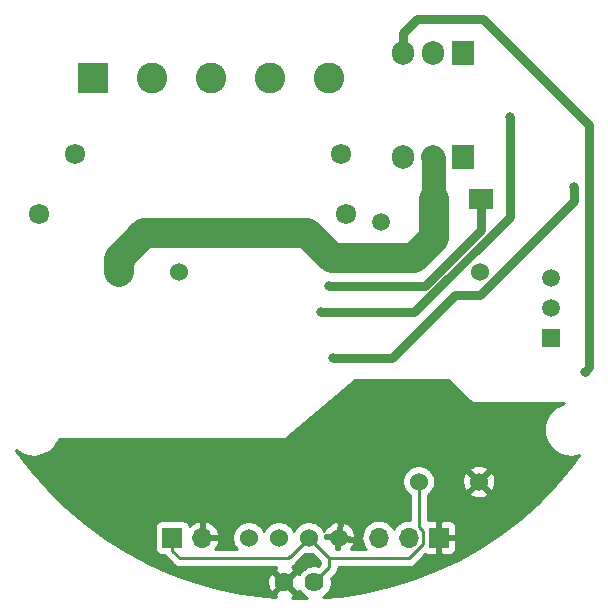
<source format=gbr>
G04 #@! TF.GenerationSoftware,KiCad,Pcbnew,(5.1.2)-2*
G04 #@! TF.CreationDate,2019-09-14T17:44:16+02:00*
G04 #@! TF.ProjectId,Inwall_Bot,496e7761-6c6c-45f4-926f-742e6b696361,rev?*
G04 #@! TF.SameCoordinates,Original*
G04 #@! TF.FileFunction,Copper,L2,Bot*
G04 #@! TF.FilePolarity,Positive*
%FSLAX46Y46*%
G04 Gerber Fmt 4.6, Leading zero omitted, Abs format (unit mm)*
G04 Created by KiCad (PCBNEW (5.1.2)-2) date 2019-09-14 17:44:16*
%MOMM*%
%LPD*%
G04 APERTURE LIST*
%ADD10C,2.600000*%
%ADD11R,2.600000X2.600000*%
%ADD12C,1.524000*%
%ADD13C,1.624000*%
%ADD14C,1.500000*%
%ADD15O,1.905000X2.000000*%
%ADD16R,1.905000X2.000000*%
%ADD17R,2.000000X1.700000*%
%ADD18R,1.700000X1.700000*%
%ADD19O,1.700000X1.700000*%
%ADD20R,1.500000X1.500000*%
%ADD21C,1.724000*%
%ADD22C,0.800000*%
%ADD23C,0.750000*%
%ADD24C,2.500000*%
%ADD25C,2.000000*%
%ADD26C,0.256000*%
%ADD27C,0.254000*%
G04 APERTURE END LIST*
D10*
X-69125000Y-31550000D03*
X-74125000Y-31550000D03*
X-79125000Y-31550000D03*
X-84125000Y-31550000D03*
D11*
X-89125000Y-31550000D03*
D12*
X-68325000Y-70500000D03*
X-75945000Y-70500000D03*
X-73405000Y-70500000D03*
X-70865000Y-70500000D03*
D13*
X-70384940Y-74276980D03*
X-72924940Y-74276980D03*
D14*
X-59725000Y-43800000D03*
X-64725000Y-43779680D03*
D12*
X-56335000Y-47960000D03*
X-56485000Y-65740000D03*
X-61565000Y-65740000D03*
X-81885000Y-47960000D03*
X-86965000Y-47960000D03*
D15*
X-62855000Y-38300000D03*
X-60315000Y-38300000D03*
D16*
X-57775000Y-38300000D03*
D17*
X-60275000Y-41800000D03*
X-56275000Y-41800000D03*
D16*
X-57825000Y-29500000D03*
D15*
X-60365000Y-29500000D03*
X-62905000Y-29500000D03*
D18*
X-59850000Y-70500000D03*
D19*
X-62390000Y-70500000D03*
X-64930000Y-70500000D03*
D14*
X-50375000Y-51010000D03*
X-50375000Y-48470000D03*
D20*
X-50375000Y-53550000D03*
D21*
X-90625000Y-38050000D03*
X-68125000Y-38050000D03*
X-67675000Y-43050000D03*
X-93675000Y-43050000D03*
D18*
X-82425000Y-70500000D03*
D19*
X-79885000Y-70500000D03*
D22*
X-67350000Y-65000000D03*
X-65275000Y-59925000D03*
X-47500000Y-56425000D03*
X-69825000Y-51425000D03*
X-53850000Y-34850000D03*
X-68825000Y-55300000D03*
X-48425000Y-40825000D03*
X-69125000Y-49200000D03*
D23*
X-67350000Y-65000000D02*
X-67350000Y-62000000D01*
X-67350000Y-62000000D02*
X-65275000Y-59925000D01*
X-47100001Y-56025001D02*
X-47500000Y-56425000D01*
X-47100001Y-35574999D02*
X-47100001Y-56025001D01*
X-56125000Y-26550000D02*
X-47100001Y-35574999D01*
X-61705000Y-26550000D02*
X-56125000Y-26550000D01*
X-62905000Y-27750000D02*
X-61705000Y-26550000D01*
X-62905000Y-29500000D02*
X-62905000Y-27750000D01*
D24*
X-86965000Y-46882370D02*
X-84807630Y-44725000D01*
X-86965000Y-47960000D02*
X-86965000Y-46882370D01*
X-84807630Y-44725000D02*
X-71000000Y-44725000D01*
X-71000000Y-44725000D02*
X-68925000Y-46800000D01*
X-60275000Y-45150000D02*
X-60275000Y-41800000D01*
X-61925000Y-46800000D02*
X-60275000Y-45150000D01*
X-68925000Y-46800000D02*
X-61925000Y-46800000D01*
D25*
X-60275000Y-38340000D02*
X-60315000Y-38300000D01*
X-60275000Y-41800000D02*
X-60275000Y-38340000D01*
D26*
X-61211999Y-71061001D02*
X-61214999Y-71064001D01*
X-61211999Y-71065441D02*
X-62396558Y-72250000D01*
X-61211999Y-71061001D02*
X-61211999Y-71065441D01*
X-62396558Y-72250000D02*
X-69115000Y-72250000D01*
X-72615021Y-72250021D02*
X-81774979Y-72250021D01*
X-70865000Y-70500000D02*
X-72615021Y-72250021D01*
X-82425000Y-71606000D02*
X-82425000Y-70500000D01*
X-81780979Y-72250021D02*
X-82425000Y-71606000D01*
X-81774979Y-72250021D02*
X-81780979Y-72250021D01*
X-71626999Y-71261999D02*
X-70865000Y-70500000D01*
X-72466939Y-72101939D02*
X-71626999Y-71261999D01*
X-70865000Y-70500000D02*
X-69115000Y-72250000D01*
X-69115000Y-73007040D02*
X-70384940Y-74276980D01*
X-69115000Y-72250000D02*
X-69115000Y-73007040D01*
X-61211999Y-69934559D02*
X-61211999Y-71061001D01*
X-61565000Y-69581558D02*
X-61211999Y-69934559D01*
X-61565000Y-65740000D02*
X-61565000Y-69581558D01*
D23*
X-53850000Y-43343517D02*
X-53850000Y-34850000D01*
X-61931483Y-51425000D02*
X-53850000Y-43343517D01*
X-61931483Y-51425000D02*
X-69825000Y-51425000D01*
X-68825000Y-55300000D02*
X-63800000Y-55300000D01*
X-63800000Y-55300000D02*
X-58450000Y-49950000D01*
X-48425000Y-42028762D02*
X-48425000Y-40825000D01*
X-58450000Y-49950000D02*
X-56346238Y-49950000D01*
X-56346238Y-49950000D02*
X-48425000Y-42028762D01*
X-56275000Y-41800000D02*
X-56275000Y-43400000D01*
X-56275000Y-43400000D02*
X-56275000Y-44425000D01*
X-56275000Y-44425000D02*
X-61050000Y-49200000D01*
X-61050000Y-49200000D02*
X-69125000Y-49200000D01*
D27*
G36*
X-57089803Y-59089803D02*
G01*
X-57070557Y-59105597D01*
X-57048601Y-59117333D01*
X-57024776Y-59124560D01*
X-57000000Y-59127000D01*
X-49293013Y-59127000D01*
X-49587805Y-59222784D01*
X-49980495Y-59442251D01*
X-50323078Y-59733812D01*
X-50602506Y-60086363D01*
X-50808135Y-60486473D01*
X-50932132Y-60918903D01*
X-50969775Y-61367183D01*
X-50919630Y-61814236D01*
X-50783607Y-62243036D01*
X-50566887Y-62637249D01*
X-50277724Y-62981860D01*
X-49927133Y-63263742D01*
X-49528468Y-63472159D01*
X-49096914Y-63599172D01*
X-48648908Y-63639944D01*
X-48201515Y-63592921D01*
X-47990255Y-63527525D01*
X-48643633Y-64422757D01*
X-49995679Y-66021353D01*
X-51458545Y-67519175D01*
X-53024775Y-68908588D01*
X-54686322Y-70182451D01*
X-56434699Y-71334262D01*
X-58260949Y-72358119D01*
X-60155747Y-73248792D01*
X-62109364Y-74001706D01*
X-64111794Y-74613010D01*
X-66152830Y-75079585D01*
X-68221995Y-75399038D01*
X-69632350Y-75514407D01*
X-69462532Y-75400938D01*
X-69260982Y-75199388D01*
X-69102626Y-74962391D01*
X-68993548Y-74699054D01*
X-68937940Y-74419497D01*
X-68937940Y-74134463D01*
X-68975343Y-73946428D01*
X-68601973Y-73573058D01*
X-68572868Y-73549172D01*
X-68548982Y-73520067D01*
X-68548979Y-73520064D01*
X-68521638Y-73486749D01*
X-68477520Y-73432991D01*
X-68406670Y-73300440D01*
X-68363041Y-73156614D01*
X-68352000Y-73044515D01*
X-68352000Y-73044508D01*
X-68348897Y-73013000D01*
X-62434025Y-73013000D01*
X-62396558Y-73016690D01*
X-62359091Y-73013000D01*
X-62359083Y-73013000D01*
X-62246984Y-73001959D01*
X-62103158Y-72958330D01*
X-61970607Y-72887480D01*
X-61854426Y-72792132D01*
X-61830535Y-72763021D01*
X-60985128Y-71917615D01*
X-60944180Y-71939502D01*
X-60824482Y-71975812D01*
X-60700000Y-71988072D01*
X-60135750Y-71985000D01*
X-59977000Y-71826250D01*
X-59977000Y-70627000D01*
X-59723000Y-70627000D01*
X-59723000Y-71826250D01*
X-59564250Y-71985000D01*
X-59000000Y-71988072D01*
X-58875518Y-71975812D01*
X-58755820Y-71939502D01*
X-58645506Y-71880537D01*
X-58548815Y-71801185D01*
X-58469463Y-71704494D01*
X-58410498Y-71594180D01*
X-58374188Y-71474482D01*
X-58361928Y-71350000D01*
X-58365000Y-70785750D01*
X-58523750Y-70627000D01*
X-59723000Y-70627000D01*
X-59977000Y-70627000D01*
X-59997000Y-70627000D01*
X-59997000Y-70373000D01*
X-59977000Y-70373000D01*
X-59977000Y-69173750D01*
X-59723000Y-69173750D01*
X-59723000Y-70373000D01*
X-58523750Y-70373000D01*
X-58365000Y-70214250D01*
X-58361928Y-69650000D01*
X-58374188Y-69525518D01*
X-58410498Y-69405820D01*
X-58469463Y-69295506D01*
X-58548815Y-69198815D01*
X-58645506Y-69119463D01*
X-58755820Y-69060498D01*
X-58875518Y-69024188D01*
X-59000000Y-69011928D01*
X-59564250Y-69015000D01*
X-59723000Y-69173750D01*
X-59977000Y-69173750D01*
X-60135750Y-69015000D01*
X-60700000Y-69011928D01*
X-60802000Y-69021974D01*
X-60802000Y-66910336D01*
X-60674465Y-66825120D01*
X-60554910Y-66705565D01*
X-57270960Y-66705565D01*
X-57203980Y-66945656D01*
X-56954952Y-67062756D01*
X-56687865Y-67129023D01*
X-56412983Y-67141910D01*
X-56140867Y-67100922D01*
X-55881977Y-67007636D01*
X-55766020Y-66945656D01*
X-55699040Y-66705565D01*
X-56485000Y-65919605D01*
X-57270960Y-66705565D01*
X-60554910Y-66705565D01*
X-60479880Y-66630535D01*
X-60326995Y-66401727D01*
X-60221686Y-66147490D01*
X-60168000Y-65877592D01*
X-60168000Y-65812017D01*
X-57886910Y-65812017D01*
X-57845922Y-66084133D01*
X-57752636Y-66343023D01*
X-57690656Y-66458980D01*
X-57450565Y-66525960D01*
X-56664605Y-65740000D01*
X-56305395Y-65740000D01*
X-55519435Y-66525960D01*
X-55279344Y-66458980D01*
X-55162244Y-66209952D01*
X-55095977Y-65942865D01*
X-55083090Y-65667983D01*
X-55124078Y-65395867D01*
X-55217364Y-65136977D01*
X-55279344Y-65021020D01*
X-55519435Y-64954040D01*
X-56305395Y-65740000D01*
X-56664605Y-65740000D01*
X-57450565Y-64954040D01*
X-57690656Y-65021020D01*
X-57807756Y-65270048D01*
X-57874023Y-65537135D01*
X-57886910Y-65812017D01*
X-60168000Y-65812017D01*
X-60168000Y-65602408D01*
X-60221686Y-65332510D01*
X-60326995Y-65078273D01*
X-60479880Y-64849465D01*
X-60554910Y-64774435D01*
X-57270960Y-64774435D01*
X-56485000Y-65560395D01*
X-55699040Y-64774435D01*
X-55766020Y-64534344D01*
X-56015048Y-64417244D01*
X-56282135Y-64350977D01*
X-56557017Y-64338090D01*
X-56829133Y-64379078D01*
X-57088023Y-64472364D01*
X-57203980Y-64534344D01*
X-57270960Y-64774435D01*
X-60554910Y-64774435D01*
X-60674465Y-64654880D01*
X-60903273Y-64501995D01*
X-61157510Y-64396686D01*
X-61427408Y-64343000D01*
X-61702592Y-64343000D01*
X-61972490Y-64396686D01*
X-62226727Y-64501995D01*
X-62455535Y-64654880D01*
X-62650120Y-64849465D01*
X-62803005Y-65078273D01*
X-62908314Y-65332510D01*
X-62962000Y-65602408D01*
X-62962000Y-65877592D01*
X-62908314Y-66147490D01*
X-62803005Y-66401727D01*
X-62650120Y-66630535D01*
X-62455535Y-66825120D01*
X-62328000Y-66910337D01*
X-62327999Y-69015000D01*
X-62462950Y-69015000D01*
X-62681111Y-69036487D01*
X-62961034Y-69121401D01*
X-63219014Y-69259294D01*
X-63445134Y-69444866D01*
X-63630706Y-69670986D01*
X-63660000Y-69725791D01*
X-63689294Y-69670986D01*
X-63874866Y-69444866D01*
X-64100986Y-69259294D01*
X-64358966Y-69121401D01*
X-64638889Y-69036487D01*
X-64857050Y-69015000D01*
X-65002950Y-69015000D01*
X-65221111Y-69036487D01*
X-65501034Y-69121401D01*
X-65759014Y-69259294D01*
X-65985134Y-69444866D01*
X-66170706Y-69670986D01*
X-66308599Y-69928966D01*
X-66393513Y-70208889D01*
X-66422185Y-70500000D01*
X-66393513Y-70791111D01*
X-66308599Y-71071034D01*
X-66170706Y-71329014D01*
X-66041050Y-71487000D01*
X-67327654Y-71487000D01*
X-67243023Y-71402369D01*
X-67251049Y-71394343D01*
X-67186595Y-71321323D01*
X-67048237Y-71083449D01*
X-66999249Y-70961435D01*
X-67102267Y-70734460D01*
X-67988463Y-70656929D01*
X-68131251Y-70514141D01*
X-68310859Y-70693749D01*
X-68222220Y-70782388D01*
X-68283866Y-71487000D01*
X-68538836Y-71487000D01*
X-68481929Y-70836537D01*
X-68339141Y-70693749D01*
X-68518749Y-70514141D01*
X-68607388Y-70602780D01*
X-69468000Y-70527486D01*
X-69468000Y-70384552D01*
X-68187414Y-70384552D01*
X-67080129Y-70481427D01*
X-66939263Y-70275790D01*
X-67009631Y-70009753D01*
X-67130547Y-69762557D01*
X-67297367Y-69543701D01*
X-67503677Y-69361595D01*
X-67741551Y-69223237D01*
X-67863565Y-69174249D01*
X-68090540Y-69277267D01*
X-68187414Y-70384552D01*
X-69468000Y-70384552D01*
X-69468000Y-70362408D01*
X-69486197Y-70270924D01*
X-68440448Y-70362414D01*
X-68343573Y-69255129D01*
X-68549210Y-69114263D01*
X-68815247Y-69184631D01*
X-69062443Y-69305547D01*
X-69281299Y-69472367D01*
X-69463405Y-69678677D01*
X-69597562Y-69909329D01*
X-69626995Y-69838273D01*
X-69779880Y-69609465D01*
X-69974465Y-69414880D01*
X-70203273Y-69261995D01*
X-70457510Y-69156686D01*
X-70727408Y-69103000D01*
X-71002592Y-69103000D01*
X-71272490Y-69156686D01*
X-71526727Y-69261995D01*
X-71755535Y-69414880D01*
X-71950120Y-69609465D01*
X-72103005Y-69838273D01*
X-72135000Y-69915515D01*
X-72166995Y-69838273D01*
X-72319880Y-69609465D01*
X-72514465Y-69414880D01*
X-72743273Y-69261995D01*
X-72997510Y-69156686D01*
X-73267408Y-69103000D01*
X-73542592Y-69103000D01*
X-73812490Y-69156686D01*
X-74066727Y-69261995D01*
X-74295535Y-69414880D01*
X-74490120Y-69609465D01*
X-74643005Y-69838273D01*
X-74675000Y-69915515D01*
X-74706995Y-69838273D01*
X-74859880Y-69609465D01*
X-75054465Y-69414880D01*
X-75283273Y-69261995D01*
X-75537510Y-69156686D01*
X-75807408Y-69103000D01*
X-76082592Y-69103000D01*
X-76352490Y-69156686D01*
X-76606727Y-69261995D01*
X-76835535Y-69414880D01*
X-77030120Y-69609465D01*
X-77183005Y-69838273D01*
X-77288314Y-70092510D01*
X-77342000Y-70362408D01*
X-77342000Y-70637592D01*
X-77288314Y-70907490D01*
X-77183005Y-71161727D01*
X-77030120Y-71390535D01*
X-76933634Y-71487021D01*
X-78785068Y-71487021D01*
X-78689822Y-71381355D01*
X-78540843Y-71131252D01*
X-78443519Y-70856891D01*
X-78564186Y-70627000D01*
X-79758000Y-70627000D01*
X-79758000Y-70647000D01*
X-80012000Y-70647000D01*
X-80012000Y-70627000D01*
X-80032000Y-70627000D01*
X-80032000Y-70373000D01*
X-80012000Y-70373000D01*
X-80012000Y-69179845D01*
X-79758000Y-69179845D01*
X-79758000Y-70373000D01*
X-78564186Y-70373000D01*
X-78443519Y-70143109D01*
X-78540843Y-69868748D01*
X-78689822Y-69618645D01*
X-78884731Y-69402412D01*
X-79118080Y-69228359D01*
X-79380901Y-69103175D01*
X-79528110Y-69058524D01*
X-79758000Y-69179845D01*
X-80012000Y-69179845D01*
X-80241890Y-69058524D01*
X-80389099Y-69103175D01*
X-80651920Y-69228359D01*
X-80885269Y-69402412D01*
X-80961034Y-69486466D01*
X-80985498Y-69405820D01*
X-81044463Y-69295506D01*
X-81123815Y-69198815D01*
X-81220506Y-69119463D01*
X-81330820Y-69060498D01*
X-81450518Y-69024188D01*
X-81575000Y-69011928D01*
X-83275000Y-69011928D01*
X-83399482Y-69024188D01*
X-83519180Y-69060498D01*
X-83629494Y-69119463D01*
X-83726185Y-69198815D01*
X-83805537Y-69295506D01*
X-83864502Y-69405820D01*
X-83900812Y-69525518D01*
X-83913072Y-69650000D01*
X-83913072Y-71350000D01*
X-83900812Y-71474482D01*
X-83864502Y-71594180D01*
X-83805537Y-71704494D01*
X-83726185Y-71801185D01*
X-83629494Y-71880537D01*
X-83519180Y-71939502D01*
X-83399482Y-71975812D01*
X-83275000Y-71988072D01*
X-83085933Y-71988072D01*
X-83062480Y-72031950D01*
X-82967132Y-72148132D01*
X-82938022Y-72172022D01*
X-82346998Y-72763047D01*
X-82323111Y-72792153D01*
X-82294006Y-72816039D01*
X-82294003Y-72816042D01*
X-82272124Y-72833997D01*
X-82206930Y-72887501D01*
X-82074379Y-72958351D01*
X-81930553Y-73001980D01*
X-81818454Y-73013021D01*
X-81818447Y-73013021D01*
X-81780980Y-73016711D01*
X-81743513Y-73013021D01*
X-73640839Y-73013021D01*
X-73673569Y-73030516D01*
X-73746605Y-73275710D01*
X-72924940Y-74097375D01*
X-72103275Y-73275710D01*
X-72176311Y-73030516D01*
X-72325837Y-72959630D01*
X-72321621Y-72958351D01*
X-72189070Y-72887501D01*
X-72072889Y-72792153D01*
X-72048998Y-72763042D01*
X-71514494Y-72228538D01*
X-71153031Y-71867076D01*
X-71002592Y-71897000D01*
X-70727408Y-71897000D01*
X-70576969Y-71867076D01*
X-69878000Y-72566045D01*
X-69878000Y-72690995D01*
X-70054388Y-72867383D01*
X-70242423Y-72829980D01*
X-70527457Y-72829980D01*
X-70807014Y-72885588D01*
X-71070351Y-72994666D01*
X-71307348Y-73153022D01*
X-71508898Y-73354572D01*
X-71654715Y-73572803D01*
X-71678476Y-73528351D01*
X-71923670Y-73455315D01*
X-72745335Y-74276980D01*
X-71923670Y-75098645D01*
X-71678476Y-75025609D01*
X-71656287Y-74978804D01*
X-71508898Y-75199388D01*
X-71307348Y-75400938D01*
X-71070351Y-75559294D01*
X-71027686Y-75576966D01*
X-72300399Y-75589771D01*
X-72176311Y-75523444D01*
X-72103275Y-75278250D01*
X-72924940Y-74456585D01*
X-73746605Y-75278250D01*
X-73676885Y-75512311D01*
X-74492008Y-75462119D01*
X-76567172Y-75184365D01*
X-78617166Y-74758952D01*
X-80070633Y-74347016D01*
X-74377254Y-74347016D01*
X-74335684Y-74629003D01*
X-74239901Y-74897462D01*
X-74171404Y-75025609D01*
X-73926210Y-75098645D01*
X-73104545Y-74276980D01*
X-73926210Y-73455315D01*
X-74171404Y-73528351D01*
X-74293504Y-73785908D01*
X-74363011Y-74062338D01*
X-74377254Y-74347016D01*
X-80070633Y-74347016D01*
X-80631515Y-74188053D01*
X-82599886Y-73474598D01*
X-84512200Y-72622238D01*
X-86358685Y-71635331D01*
X-88129893Y-70518924D01*
X-89816726Y-69278754D01*
X-91410590Y-67921138D01*
X-92903302Y-66453047D01*
X-94287233Y-64881983D01*
X-95555292Y-63215996D01*
X-95656375Y-63061387D01*
X-95417133Y-63253742D01*
X-95018468Y-63462159D01*
X-94586914Y-63589172D01*
X-94138908Y-63629944D01*
X-93691515Y-63582921D01*
X-93261777Y-63449895D01*
X-92866060Y-63235932D01*
X-92519439Y-62949182D01*
X-92235117Y-62600568D01*
X-92023921Y-62203367D01*
X-92000864Y-62127000D01*
X-73000000Y-62127000D01*
X-72975224Y-62124560D01*
X-72951399Y-62117333D01*
X-72929443Y-62105597D01*
X-72918697Y-62097564D01*
X-66954020Y-57127000D01*
X-59052606Y-57127000D01*
X-57089803Y-59089803D01*
X-57089803Y-59089803D01*
G37*
X-57089803Y-59089803D02*
X-57070557Y-59105597D01*
X-57048601Y-59117333D01*
X-57024776Y-59124560D01*
X-57000000Y-59127000D01*
X-49293013Y-59127000D01*
X-49587805Y-59222784D01*
X-49980495Y-59442251D01*
X-50323078Y-59733812D01*
X-50602506Y-60086363D01*
X-50808135Y-60486473D01*
X-50932132Y-60918903D01*
X-50969775Y-61367183D01*
X-50919630Y-61814236D01*
X-50783607Y-62243036D01*
X-50566887Y-62637249D01*
X-50277724Y-62981860D01*
X-49927133Y-63263742D01*
X-49528468Y-63472159D01*
X-49096914Y-63599172D01*
X-48648908Y-63639944D01*
X-48201515Y-63592921D01*
X-47990255Y-63527525D01*
X-48643633Y-64422757D01*
X-49995679Y-66021353D01*
X-51458545Y-67519175D01*
X-53024775Y-68908588D01*
X-54686322Y-70182451D01*
X-56434699Y-71334262D01*
X-58260949Y-72358119D01*
X-60155747Y-73248792D01*
X-62109364Y-74001706D01*
X-64111794Y-74613010D01*
X-66152830Y-75079585D01*
X-68221995Y-75399038D01*
X-69632350Y-75514407D01*
X-69462532Y-75400938D01*
X-69260982Y-75199388D01*
X-69102626Y-74962391D01*
X-68993548Y-74699054D01*
X-68937940Y-74419497D01*
X-68937940Y-74134463D01*
X-68975343Y-73946428D01*
X-68601973Y-73573058D01*
X-68572868Y-73549172D01*
X-68548982Y-73520067D01*
X-68548979Y-73520064D01*
X-68521638Y-73486749D01*
X-68477520Y-73432991D01*
X-68406670Y-73300440D01*
X-68363041Y-73156614D01*
X-68352000Y-73044515D01*
X-68352000Y-73044508D01*
X-68348897Y-73013000D01*
X-62434025Y-73013000D01*
X-62396558Y-73016690D01*
X-62359091Y-73013000D01*
X-62359083Y-73013000D01*
X-62246984Y-73001959D01*
X-62103158Y-72958330D01*
X-61970607Y-72887480D01*
X-61854426Y-72792132D01*
X-61830535Y-72763021D01*
X-60985128Y-71917615D01*
X-60944180Y-71939502D01*
X-60824482Y-71975812D01*
X-60700000Y-71988072D01*
X-60135750Y-71985000D01*
X-59977000Y-71826250D01*
X-59977000Y-70627000D01*
X-59723000Y-70627000D01*
X-59723000Y-71826250D01*
X-59564250Y-71985000D01*
X-59000000Y-71988072D01*
X-58875518Y-71975812D01*
X-58755820Y-71939502D01*
X-58645506Y-71880537D01*
X-58548815Y-71801185D01*
X-58469463Y-71704494D01*
X-58410498Y-71594180D01*
X-58374188Y-71474482D01*
X-58361928Y-71350000D01*
X-58365000Y-70785750D01*
X-58523750Y-70627000D01*
X-59723000Y-70627000D01*
X-59977000Y-70627000D01*
X-59997000Y-70627000D01*
X-59997000Y-70373000D01*
X-59977000Y-70373000D01*
X-59977000Y-69173750D01*
X-59723000Y-69173750D01*
X-59723000Y-70373000D01*
X-58523750Y-70373000D01*
X-58365000Y-70214250D01*
X-58361928Y-69650000D01*
X-58374188Y-69525518D01*
X-58410498Y-69405820D01*
X-58469463Y-69295506D01*
X-58548815Y-69198815D01*
X-58645506Y-69119463D01*
X-58755820Y-69060498D01*
X-58875518Y-69024188D01*
X-59000000Y-69011928D01*
X-59564250Y-69015000D01*
X-59723000Y-69173750D01*
X-59977000Y-69173750D01*
X-60135750Y-69015000D01*
X-60700000Y-69011928D01*
X-60802000Y-69021974D01*
X-60802000Y-66910336D01*
X-60674465Y-66825120D01*
X-60554910Y-66705565D01*
X-57270960Y-66705565D01*
X-57203980Y-66945656D01*
X-56954952Y-67062756D01*
X-56687865Y-67129023D01*
X-56412983Y-67141910D01*
X-56140867Y-67100922D01*
X-55881977Y-67007636D01*
X-55766020Y-66945656D01*
X-55699040Y-66705565D01*
X-56485000Y-65919605D01*
X-57270960Y-66705565D01*
X-60554910Y-66705565D01*
X-60479880Y-66630535D01*
X-60326995Y-66401727D01*
X-60221686Y-66147490D01*
X-60168000Y-65877592D01*
X-60168000Y-65812017D01*
X-57886910Y-65812017D01*
X-57845922Y-66084133D01*
X-57752636Y-66343023D01*
X-57690656Y-66458980D01*
X-57450565Y-66525960D01*
X-56664605Y-65740000D01*
X-56305395Y-65740000D01*
X-55519435Y-66525960D01*
X-55279344Y-66458980D01*
X-55162244Y-66209952D01*
X-55095977Y-65942865D01*
X-55083090Y-65667983D01*
X-55124078Y-65395867D01*
X-55217364Y-65136977D01*
X-55279344Y-65021020D01*
X-55519435Y-64954040D01*
X-56305395Y-65740000D01*
X-56664605Y-65740000D01*
X-57450565Y-64954040D01*
X-57690656Y-65021020D01*
X-57807756Y-65270048D01*
X-57874023Y-65537135D01*
X-57886910Y-65812017D01*
X-60168000Y-65812017D01*
X-60168000Y-65602408D01*
X-60221686Y-65332510D01*
X-60326995Y-65078273D01*
X-60479880Y-64849465D01*
X-60554910Y-64774435D01*
X-57270960Y-64774435D01*
X-56485000Y-65560395D01*
X-55699040Y-64774435D01*
X-55766020Y-64534344D01*
X-56015048Y-64417244D01*
X-56282135Y-64350977D01*
X-56557017Y-64338090D01*
X-56829133Y-64379078D01*
X-57088023Y-64472364D01*
X-57203980Y-64534344D01*
X-57270960Y-64774435D01*
X-60554910Y-64774435D01*
X-60674465Y-64654880D01*
X-60903273Y-64501995D01*
X-61157510Y-64396686D01*
X-61427408Y-64343000D01*
X-61702592Y-64343000D01*
X-61972490Y-64396686D01*
X-62226727Y-64501995D01*
X-62455535Y-64654880D01*
X-62650120Y-64849465D01*
X-62803005Y-65078273D01*
X-62908314Y-65332510D01*
X-62962000Y-65602408D01*
X-62962000Y-65877592D01*
X-62908314Y-66147490D01*
X-62803005Y-66401727D01*
X-62650120Y-66630535D01*
X-62455535Y-66825120D01*
X-62328000Y-66910337D01*
X-62327999Y-69015000D01*
X-62462950Y-69015000D01*
X-62681111Y-69036487D01*
X-62961034Y-69121401D01*
X-63219014Y-69259294D01*
X-63445134Y-69444866D01*
X-63630706Y-69670986D01*
X-63660000Y-69725791D01*
X-63689294Y-69670986D01*
X-63874866Y-69444866D01*
X-64100986Y-69259294D01*
X-64358966Y-69121401D01*
X-64638889Y-69036487D01*
X-64857050Y-69015000D01*
X-65002950Y-69015000D01*
X-65221111Y-69036487D01*
X-65501034Y-69121401D01*
X-65759014Y-69259294D01*
X-65985134Y-69444866D01*
X-66170706Y-69670986D01*
X-66308599Y-69928966D01*
X-66393513Y-70208889D01*
X-66422185Y-70500000D01*
X-66393513Y-70791111D01*
X-66308599Y-71071034D01*
X-66170706Y-71329014D01*
X-66041050Y-71487000D01*
X-67327654Y-71487000D01*
X-67243023Y-71402369D01*
X-67251049Y-71394343D01*
X-67186595Y-71321323D01*
X-67048237Y-71083449D01*
X-66999249Y-70961435D01*
X-67102267Y-70734460D01*
X-67988463Y-70656929D01*
X-68131251Y-70514141D01*
X-68310859Y-70693749D01*
X-68222220Y-70782388D01*
X-68283866Y-71487000D01*
X-68538836Y-71487000D01*
X-68481929Y-70836537D01*
X-68339141Y-70693749D01*
X-68518749Y-70514141D01*
X-68607388Y-70602780D01*
X-69468000Y-70527486D01*
X-69468000Y-70384552D01*
X-68187414Y-70384552D01*
X-67080129Y-70481427D01*
X-66939263Y-70275790D01*
X-67009631Y-70009753D01*
X-67130547Y-69762557D01*
X-67297367Y-69543701D01*
X-67503677Y-69361595D01*
X-67741551Y-69223237D01*
X-67863565Y-69174249D01*
X-68090540Y-69277267D01*
X-68187414Y-70384552D01*
X-69468000Y-70384552D01*
X-69468000Y-70362408D01*
X-69486197Y-70270924D01*
X-68440448Y-70362414D01*
X-68343573Y-69255129D01*
X-68549210Y-69114263D01*
X-68815247Y-69184631D01*
X-69062443Y-69305547D01*
X-69281299Y-69472367D01*
X-69463405Y-69678677D01*
X-69597562Y-69909329D01*
X-69626995Y-69838273D01*
X-69779880Y-69609465D01*
X-69974465Y-69414880D01*
X-70203273Y-69261995D01*
X-70457510Y-69156686D01*
X-70727408Y-69103000D01*
X-71002592Y-69103000D01*
X-71272490Y-69156686D01*
X-71526727Y-69261995D01*
X-71755535Y-69414880D01*
X-71950120Y-69609465D01*
X-72103005Y-69838273D01*
X-72135000Y-69915515D01*
X-72166995Y-69838273D01*
X-72319880Y-69609465D01*
X-72514465Y-69414880D01*
X-72743273Y-69261995D01*
X-72997510Y-69156686D01*
X-73267408Y-69103000D01*
X-73542592Y-69103000D01*
X-73812490Y-69156686D01*
X-74066727Y-69261995D01*
X-74295535Y-69414880D01*
X-74490120Y-69609465D01*
X-74643005Y-69838273D01*
X-74675000Y-69915515D01*
X-74706995Y-69838273D01*
X-74859880Y-69609465D01*
X-75054465Y-69414880D01*
X-75283273Y-69261995D01*
X-75537510Y-69156686D01*
X-75807408Y-69103000D01*
X-76082592Y-69103000D01*
X-76352490Y-69156686D01*
X-76606727Y-69261995D01*
X-76835535Y-69414880D01*
X-77030120Y-69609465D01*
X-77183005Y-69838273D01*
X-77288314Y-70092510D01*
X-77342000Y-70362408D01*
X-77342000Y-70637592D01*
X-77288314Y-70907490D01*
X-77183005Y-71161727D01*
X-77030120Y-71390535D01*
X-76933634Y-71487021D01*
X-78785068Y-71487021D01*
X-78689822Y-71381355D01*
X-78540843Y-71131252D01*
X-78443519Y-70856891D01*
X-78564186Y-70627000D01*
X-79758000Y-70627000D01*
X-79758000Y-70647000D01*
X-80012000Y-70647000D01*
X-80012000Y-70627000D01*
X-80032000Y-70627000D01*
X-80032000Y-70373000D01*
X-80012000Y-70373000D01*
X-80012000Y-69179845D01*
X-79758000Y-69179845D01*
X-79758000Y-70373000D01*
X-78564186Y-70373000D01*
X-78443519Y-70143109D01*
X-78540843Y-69868748D01*
X-78689822Y-69618645D01*
X-78884731Y-69402412D01*
X-79118080Y-69228359D01*
X-79380901Y-69103175D01*
X-79528110Y-69058524D01*
X-79758000Y-69179845D01*
X-80012000Y-69179845D01*
X-80241890Y-69058524D01*
X-80389099Y-69103175D01*
X-80651920Y-69228359D01*
X-80885269Y-69402412D01*
X-80961034Y-69486466D01*
X-80985498Y-69405820D01*
X-81044463Y-69295506D01*
X-81123815Y-69198815D01*
X-81220506Y-69119463D01*
X-81330820Y-69060498D01*
X-81450518Y-69024188D01*
X-81575000Y-69011928D01*
X-83275000Y-69011928D01*
X-83399482Y-69024188D01*
X-83519180Y-69060498D01*
X-83629494Y-69119463D01*
X-83726185Y-69198815D01*
X-83805537Y-69295506D01*
X-83864502Y-69405820D01*
X-83900812Y-69525518D01*
X-83913072Y-69650000D01*
X-83913072Y-71350000D01*
X-83900812Y-71474482D01*
X-83864502Y-71594180D01*
X-83805537Y-71704494D01*
X-83726185Y-71801185D01*
X-83629494Y-71880537D01*
X-83519180Y-71939502D01*
X-83399482Y-71975812D01*
X-83275000Y-71988072D01*
X-83085933Y-71988072D01*
X-83062480Y-72031950D01*
X-82967132Y-72148132D01*
X-82938022Y-72172022D01*
X-82346998Y-72763047D01*
X-82323111Y-72792153D01*
X-82294006Y-72816039D01*
X-82294003Y-72816042D01*
X-82272124Y-72833997D01*
X-82206930Y-72887501D01*
X-82074379Y-72958351D01*
X-81930553Y-73001980D01*
X-81818454Y-73013021D01*
X-81818447Y-73013021D01*
X-81780980Y-73016711D01*
X-81743513Y-73013021D01*
X-73640839Y-73013021D01*
X-73673569Y-73030516D01*
X-73746605Y-73275710D01*
X-72924940Y-74097375D01*
X-72103275Y-73275710D01*
X-72176311Y-73030516D01*
X-72325837Y-72959630D01*
X-72321621Y-72958351D01*
X-72189070Y-72887501D01*
X-72072889Y-72792153D01*
X-72048998Y-72763042D01*
X-71514494Y-72228538D01*
X-71153031Y-71867076D01*
X-71002592Y-71897000D01*
X-70727408Y-71897000D01*
X-70576969Y-71867076D01*
X-69878000Y-72566045D01*
X-69878000Y-72690995D01*
X-70054388Y-72867383D01*
X-70242423Y-72829980D01*
X-70527457Y-72829980D01*
X-70807014Y-72885588D01*
X-71070351Y-72994666D01*
X-71307348Y-73153022D01*
X-71508898Y-73354572D01*
X-71654715Y-73572803D01*
X-71678476Y-73528351D01*
X-71923670Y-73455315D01*
X-72745335Y-74276980D01*
X-71923670Y-75098645D01*
X-71678476Y-75025609D01*
X-71656287Y-74978804D01*
X-71508898Y-75199388D01*
X-71307348Y-75400938D01*
X-71070351Y-75559294D01*
X-71027686Y-75576966D01*
X-72300399Y-75589771D01*
X-72176311Y-75523444D01*
X-72103275Y-75278250D01*
X-72924940Y-74456585D01*
X-73746605Y-75278250D01*
X-73676885Y-75512311D01*
X-74492008Y-75462119D01*
X-76567172Y-75184365D01*
X-78617166Y-74758952D01*
X-80070633Y-74347016D01*
X-74377254Y-74347016D01*
X-74335684Y-74629003D01*
X-74239901Y-74897462D01*
X-74171404Y-75025609D01*
X-73926210Y-75098645D01*
X-73104545Y-74276980D01*
X-73926210Y-73455315D01*
X-74171404Y-73528351D01*
X-74293504Y-73785908D01*
X-74363011Y-74062338D01*
X-74377254Y-74347016D01*
X-80070633Y-74347016D01*
X-80631515Y-74188053D01*
X-82599886Y-73474598D01*
X-84512200Y-72622238D01*
X-86358685Y-71635331D01*
X-88129893Y-70518924D01*
X-89816726Y-69278754D01*
X-91410590Y-67921138D01*
X-92903302Y-66453047D01*
X-94287233Y-64881983D01*
X-95555292Y-63215996D01*
X-95656375Y-63061387D01*
X-95417133Y-63253742D01*
X-95018468Y-63462159D01*
X-94586914Y-63589172D01*
X-94138908Y-63629944D01*
X-93691515Y-63582921D01*
X-93261777Y-63449895D01*
X-92866060Y-63235932D01*
X-92519439Y-62949182D01*
X-92235117Y-62600568D01*
X-92023921Y-62203367D01*
X-92000864Y-62127000D01*
X-73000000Y-62127000D01*
X-72975224Y-62124560D01*
X-72951399Y-62117333D01*
X-72929443Y-62105597D01*
X-72918697Y-62097564D01*
X-66954020Y-57127000D01*
X-59052606Y-57127000D01*
X-57089803Y-59089803D01*
M02*

</source>
